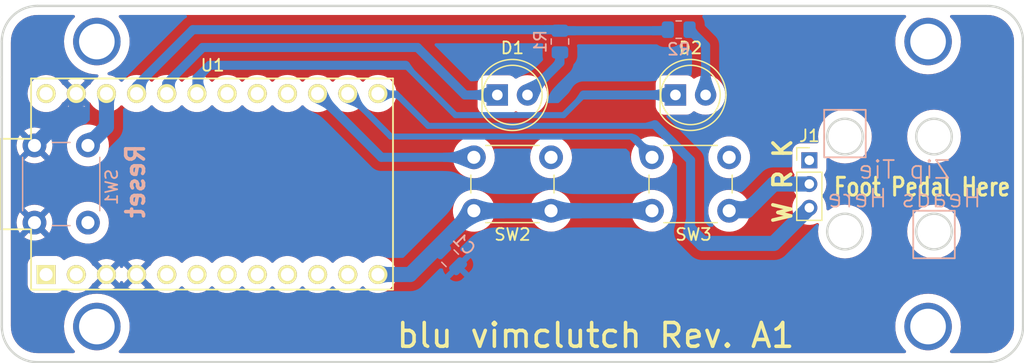
<source format=kicad_pcb>
(kicad_pcb (version 20211014) (generator pcbnew)
  (title_block (title "vimclutch") (date "2023-03-06") (rev "A1") (company "blu"))
  (layers (0 "F.Cu" signal) (31 "B.Cu" signal) (34 "B.Paste" user) (35 "F.Paste" user) (36 "B.SilkS" user "B.Silkscreen") (37 "F.SilkS" user "F.Silkscreen") (38 "B.Mask" user) (39 "F.Mask" user) (44 "Edge.Cuts" user))
  (net 0 "")
  (net 2 "/ROW0")
  (net 3 "/LED1")
  (net 4 "/LED2")
  (net 5 "Net-(SW1-Pad2)")
  (net 6 "/COL2")
  (net 9 "VCC")
  (net 10 "/COL0")
  (net 22 "GND")
  (net 23 "Net-(D1-Pad2)")
  (net 24 "/COL1")
  (net 25 "Net-(D2-Pad2)")
  (footprint "Connector_PinHeader_2.00mm:PinHeader_1x03_P2.00mm_Vertical" (layer "F.Cu") (at 168.75 108)
    (fp_text reference "J1" (at 0 -2.06) (layer "F.SilkS"))
    (fp_text value "Conn_01x03_Female")
    (fp_line (start -1.06 0) (end -1.06 -1.06) (layer "F.SilkS") (width 0.12))
    (fp_line (start -1.06 5.06) (end 1.06 5.06) (layer "F.SilkS") (width 0.12))
    (fp_line (start -1.06 1) (end 1.06 1) (layer "F.SilkS") (width 0.12))
    (fp_line (start -1.06 -1.06) (end 0 -1.06) (layer "F.SilkS") (width 0.12))
    (fp_line (start 1.06 1) (end 1.06 5.06) (layer "F.SilkS") (width 0.12))
    (fp_line (start -1.06 1) (end -1.06 5.06) (layer "F.SilkS") (width 0.12))
    (pad "1" thru_hole rect (at 0 0) (size 1.35 1.35) (drill 0.8) (layers *.Cu *.Mask))
    (pad "2" thru_hole oval (at 0 2) (size 1.35 1.35) (drill 0.8) (layers *.Cu *.Mask) (net 2 "/ROW0"))
    (pad "3" thru_hole oval (at 0 4) (size 1.35 1.35) (drill 0.8) (layers *.Cu *.Mask) (net 6 "/COL2"))
  )
  (footprint "LED_THT:LED_D5.0mm" (layer "F.Cu") (at 142.475 102.5)
    (fp_text reference "D1" (at 1.27 -3.96) (layer "F.SilkS"))
    (fp_text value "LED")
    (fp_line (start -1.29 -1.545) (end -1.29 1.545) (layer "F.SilkS") (width 0.12))
    (fp_arc (start -1.29 -1.54483) (mid 2.072002 -2.880433) (end 4.26 0.000462) (layer "F.SilkS") (width 0.12))
    (fp_arc (start 4.26 -0.000462) (mid 2.072002 2.880433) (end -1.29 1.54483) (layer "F.SilkS") (width 0.12))
    (fp_circle (center 1.27 0) (end 3.77 0) (layer "F.SilkS") (width 0.12) (fill none))
    (pad "1" thru_hole rect (at 0 0) (size 1.8 1.8) (drill 0.9) (layers *.Cu *.Mask) (net 3 "/LED1"))
    (pad "2" thru_hole circle (at 2.54 0) (size 1.8 1.8) (drill 0.9) (layers *.Cu *.Mask) (net 23 "Net-(D1-Pad2)"))
  )
  (footprint "LED_THT:LED_D5.0mm" (layer "F.Cu") (at 157.475 102.5)
    (fp_text reference "D2" (at 1.27 -3.96) (layer "F.SilkS"))
    (fp_text value "LED")
    (fp_line (start -1.29 -1.545) (end -1.29 1.545) (layer "F.SilkS") (width 0.12))
    (fp_arc (start -1.29 -1.54483) (mid 2.072002 -2.880433) (end 4.26 0.000462) (layer "F.SilkS") (width 0.12))
    (fp_arc (start 4.26 -0.000462) (mid 2.072002 2.880433) (end -1.29 1.54483) (layer "F.SilkS") (width 0.12))
    (fp_circle (center 1.27 0) (end 3.77 0) (layer "F.SilkS") (width 0.12) (fill none))
    (pad "1" thru_hole rect (at 0 0) (size 1.8 1.8) (drill 0.9) (layers *.Cu *.Mask) (net 4 "/LED2"))
    (pad "2" thru_hole circle (at 2.54 0) (size 1.8 1.8) (drill 0.9) (layers *.Cu *.Mask) (net 25 "Net-(D2-Pad2)"))
  )
  (footprint "Button_Switch_THT:SW_PUSH_6mm_H5mm" (layer "F.Cu") (at 140.5 107.75)
    (fp_text reference "SW2" (at 3.25 6.5) (layer "F.SilkS"))
    (fp_text value "SW_Push")
    (fp_line (start 5.5 -1) (end 1 -1) (layer "F.SilkS") (width 0.12))
    (fp_line (start 6.75 3) (end 6.75 1.5) (layer "F.SilkS") (width 0.12))
    (fp_line (start -0.25 1.5) (end -0.25 3) (layer "F.SilkS") (width 0.12))
    (fp_line (start 1 5.5) (end 5.5 5.5) (layer "F.SilkS") (width 0.12))
    (pad "1" thru_hole circle (at 0 0 90) (size 2 2) (drill 1.1) (layers *.Cu *.Mask) (net 10 "/COL0"))
    (pad "1" thru_hole circle (at 6.5 0 90) (size 2 2) (drill 1.1) (layers *.Cu *.Mask) (net 10 "/COL0"))
    (pad "2" thru_hole circle (at 0 4.5 90) (size 2 2) (drill 1.1) (layers *.Cu *.Mask) (net 2 "/ROW0"))
    (pad "2" thru_hole circle (at 6.5 4.5 90) (size 2 2) (drill 1.1) (layers *.Cu *.Mask) (net 2 "/ROW0"))
  )
  (footprint "Promicro':ProMicro" (layer "F.Cu") (at 118.45 110)
    (fp_text reference "U1" hide)
    (fp_text value "ProMicro")
    (fp_line (start -15.24 8.89) (end -15.24 3.81) (layer "F.SilkS") (width 0.15))
    (fp_line (start -15.24 -8.89) (end 15.24 -8.89) (layer "F.SilkS") (width 0.15))
    (fp_line (start -17.78 3.81) (end -17.78 -3.81) (layer "F.SilkS") (width 0.15))
    (fp_line (start -15.24 8.89) (end 15.24 8.89) (layer "F.SilkS") (width 0.15))
    (fp_line (start -15.24 3.81) (end -17.78 3.81) (layer "F.SilkS") (width 0.15))
    (fp_line (start -15.24 -3.81) (end -15.24 -8.89) (layer "F.SilkS") (width 0.15))
    (fp_line (start 15.24 -8.89) (end 15.24 8.89) (layer "F.SilkS") (width 0.15))
    (fp_line (start -17.78 -3.81) (end -15.24 -3.81) (layer "F.SilkS") (width 0.15))
    (pad "1" thru_hole rect (at -13.97 7.62) (size 1.6 1.6) (drill 1.1) (layers *.Cu *.Mask "F.SilkS"))
    (pad "2" thru_hole circle (at -11.43 7.62) (size 1.6 1.6) (drill 1.1) (layers *.Cu *.Mask "F.SilkS"))
    (pad "3" thru_hole circle (at -8.89 7.62) (size 1.6 1.6) (drill 1.1) (layers *.Cu *.Mask "F.SilkS") (net 22 "GND"))
    (pad "4" thru_hole circle (at -6.35 7.62) (size 1.6 1.6) (drill 1.1) (layers *.Cu *.Mask "F.SilkS") (net 22 "GND"))
    (pad "5" thru_hole circle (at -3.81 7.62) (size 1.6 1.6) (drill 1.1) (layers *.Cu *.Mask "F.SilkS"))
    (pad "6" thru_hole circle (at -1.27 7.62) (size 1.6 1.6) (drill 1.1) (layers *.Cu *.Mask "F.SilkS"))
    (pad "7" thru_hole circle (at 1.27 7.62) (size 1.6 1.6) (drill 1.1) (layers *.Cu *.Mask "F.SilkS"))
    (pad "8" thru_hole circle (at 3.81 7.62) (size 1.6 1.6) (drill 1.1) (layers *.Cu *.Mask "F.SilkS"))
    (pad "9" thru_hole circle (at 6.35 7.62) (size 1.6 1.6) (drill 1.1) (layers *.Cu *.Mask "F.SilkS"))
    (pad "10" thru_hole circle (at 8.89 7.62) (size 1.6 1.6) (drill 1.1) (layers *.Cu *.Mask "F.SilkS"))
    (pad "11" thru_hole circle (at 11.43 7.62) (size 1.6 1.6) (drill 1.1) (layers *.Cu *.Mask "F.SilkS"))
    (pad "12" thru_hole circle (at 13.97 7.62) (size 1.6 1.6) (drill 1.1) (layers *.Cu *.Mask "F.SilkS") (net 2 "/ROW0"))
    (pad "13" thru_hole circle (at 13.97 -7.62) (size 1.6 1.6) (drill 1.1) (layers *.Cu *.Mask "F.SilkS") (net 6 "/COL2"))
    (pad "14" thru_hole circle (at 11.43 -7.62) (size 1.6 1.6) (drill 1.1) (layers *.Cu *.Mask "F.SilkS") (net 24 "/COL1"))
    (pad "15" thru_hole circle (at 8.89 -7.62) (size 1.6 1.6) (drill 1.1) (layers *.Cu *.Mask "F.SilkS") (net 10 "/COL0"))
    (pad "16" thru_hole circle (at 6.35 -7.62) (size 1.6 1.6) (drill 1.1) (layers *.Cu *.Mask "F.SilkS"))
    (pad "17" thru_hole circle (at 3.81 -7.62) (size 1.6 1.6) (drill 1.1) (layers *.Cu *.Mask "F.SilkS"))
    (pad "18" thru_hole circle (at 1.27 -7.62) (size 1.6 1.6) (drill 1.1) (layers *.Cu *.Mask "F.SilkS"))
    (pad "19" thru_hole circle (at -1.27 -7.62) (size 1.6 1.6) (drill 1.1) (layers *.Cu *.Mask "F.SilkS") (net 4 "/LED2"))
    (pad "20" thru_hole circle (at -3.81 -7.62) (size 1.6 1.6) (drill 1.1) (layers *.Cu *.Mask "F.SilkS") (net 3 "/LED1"))
    (pad "21" thru_hole circle (at -6.35 -7.62) (size 1.6 1.6) (drill 1.1) (layers *.Cu *.Mask "F.SilkS") (net 9 "VCC"))
    (pad "22" thru_hole circle (at -8.89 -7.62) (size 1.6 1.6) (drill 1.1) (layers *.Cu *.Mask "F.SilkS") (net 5 "Net-(SW1-Pad2)"))
    (pad "23" thru_hole circle (at -11.43 -7.62) (size 1.6 1.6) (drill 1.1) (layers *.Cu *.Mask "F.SilkS") (net 22 "GND"))
    (pad "24" thru_hole circle (at -13.97 -7.62) (size 1.6 1.6) (drill 1.1) (layers *.Cu *.Mask "F.SilkS"))
  )
  (footprint "Button_Switch_THT:SW_PUSH_6mm_H5mm" (layer "F.Cu") (at 155.5 107.75)
    (fp_text reference "SW3" (at 3.5 6.5) (layer "F.SilkS"))
    (fp_text value "SW_Push")
    (fp_line (start -0.25 1.5) (end -0.25 3) (layer "F.SilkS") (width 0.12))
    (fp_line (start 6.75 3) (end 6.75 1.5) (layer "F.SilkS") (width 0.12))
    (fp_line (start 5.5 -1) (end 1 -1) (layer "F.SilkS") (width 0.12))
    (fp_line (start 1 5.5) (end 5.5 5.5) (layer "F.SilkS") (width 0.12))
    (pad "1" thru_hole circle (at 0 0 90) (size 2 2) (drill 1.1) (layers *.Cu *.Mask) (net 24 "/COL1"))
    (pad "1" thru_hole circle (at 6.5 0 90) (size 2 2) (drill 1.1) (layers *.Cu *.Mask) (net 24 "/COL1"))
    (pad "2" thru_hole circle (at 6.5 4.5 90) (size 2 2) (drill 1.1) (layers *.Cu *.Mask) (net 2 "/ROW0"))
    (pad "2" thru_hole circle (at 0 4.5 90) (size 2 2) (drill 1.1) (layers *.Cu *.Mask) (net 2 "/ROW0"))
  )
  (footprint "Button_Switch_THT:SW_PUSH_6mm_H5mm" (layer "B.Cu") (at 103.5 106.75 -90)
    (fp_text reference "SW1" (at 3.5 -6.5 90) (layer "B.SilkS") (effects (justify mirror)))
    (fp_text value "SW_Push")
    (fp_line (start 6.75 -3) (end 6.75 -1.5) (layer "B.SilkS") (width 0.12))
    (fp_line (start -0.25 -1.5) (end -0.25 -3) (layer "B.SilkS") (width 0.12))
    (fp_line (start 1 -5.5) (end 5.5 -5.5) (layer "B.SilkS") (width 0.12))
    (fp_line (start 5.5 1) (end 1 1) (layer "B.SilkS") (width 0.12))
    (pad "1" thru_hole circle (at 6.5 0 180) (size 2 2) (drill 1.1) (layers *.Cu *.Mask) (net 22 "GND"))
    (pad "1" thru_hole circle (at 0 0 180) (size 2 2) (drill 1.1) (layers *.Cu *.Mask) (net 22 "GND"))
    (pad "2" thru_hole circle (at 0 -4.5 180) (size 2 2) (drill 1.1) (layers *.Cu *.Mask) (net 5 "Net-(SW1-Pad2)"))
    (pad "2" thru_hole circle (at 6.5 -4.5 180) (size 2 2) (drill 1.1) (layers *.Cu *.Mask) (net 5 "Net-(SW1-Pad2)"))
  )
  (footprint "Resistor_SMD:R_0805_2012Metric" (layer "B.Cu") (at 147.75 98 -90)
    (fp_text reference "R1" (at 0 1.65 90) (layer "B.SilkS") (effects (justify mirror)))
    (fp_text value "2.7k")
    (fp_line (start -0.227064 0.735) (end 0.227064 0.735) (layer "B.SilkS") (width 0.12))
    (fp_line (start -0.227064 -0.735) (end 0.227064 -0.735) (layer "B.SilkS") (width 0.12))
    (pad "1" smd roundrect (at -0.9125 0 270) (size 1.025 1.4) (layers "B.Cu" "B.Paste" "B.Mask") (roundrect_rratio 0.243902439) (net 9 "VCC"))
    (pad "2" smd roundrect (at 0.9125 0 270) (size 1.025 1.4) (layers "B.Cu" "B.Paste" "B.Mask") (roundrect_rratio 0.243902439) (net 23 "Net-(D1-Pad2)"))
  )
  (footprint "Resistor_SMD:R_0805_2012Metric" (layer "B.Cu") (at 157.75 97)
    (fp_text reference "R2" (at 0 1.65) (layer "B.SilkS") (effects (justify mirror)))
    (fp_text value "2.7k")
    (fp_line (start -0.227064 0.735) (end 0.227064 0.735) (layer "B.SilkS") (width 0.12))
    (fp_line (start -0.227064 -0.735) (end 0.227064 -0.735) (layer "B.SilkS") (width 0.12))
    (pad "1" smd roundrect (at -0.9125 0) (size 1.025 1.4) (layers "B.Cu" "B.Paste" "B.Mask") (roundrect_rratio 0.243902439) (net 9 "VCC"))
    (pad "2" smd roundrect (at 0.9125 0) (size 1.025 1.4) (layers "B.Cu" "B.Paste" "B.Mask") (roundrect_rratio 0.243902439) (net 25 "Net-(D2-Pad2)"))
  )
  (footprint "Capacitor_SMD:C_0805_2012Metric" (layer "B.Cu") (at 138.5 116.25 135)
    (fp_text reference "C1" (at 0 1.68 135) (layer "B.SilkS") (effects (justify mirror)))
    (fp_text value "UNP")
    (fp_line (start -0.261252 0.735) (end 0.261252 0.735) (layer "B.SilkS") (width 0.12))
    (fp_line (start -0.261252 -0.735) (end 0.261252 -0.735) (layer "B.SilkS") (width 0.12))
    (pad "1" smd roundrect (at -0.95 0 135) (size 1 1.45) (layers "B.Cu" "B.Paste" "B.Mask") (net 22 "GND"))
    (pad "2" smd roundrect (at 0.95 0 135) (size 1 1.45) (layers "B.Cu" "B.Paste" "B.Mask") (net 2 "/ROW0"))
  )
  (gr_rect (start 177.5 112.25) (end 181 116.25) (layer "B.SilkS") (width 0.15) (fill none))
  (gr_rect (start 170 107.75) (end 173.5 103.75) (layer "B.SilkS") (width 0.15) (fill none))
  (gr_circle (center 171.75 114) (end 173.25 114) (layer "Edge.Cuts") (width 0.2) (fill none))
  (gr_line (start 100.75 98) (end 100.75 101) (layer "Edge.Cuts") (width 0.2))
  (gr_line (start 186.75 119) (end 186.75 122) (layer "Edge.Cuts") (width 0.2))
  (gr_line (start 183.75 95) (end 103.75 95) (layer "Edge.Cuts") (width 0.2))
  (gr_arc (start 183.75 95) (mid 185.87132 95.87868) (end 186.75 98) (layer "Edge.Cuts") (width 0.2))
  (gr_arc (start 103.75 125) (mid 101.62868 124.12132) (end 100.75 122) (layer "Edge.Cuts") (width 0.2))
  (gr_line (start 186.75 101) (end 186.75 119) (layer "Edge.Cuts") (width 0.2))
  (gr_line (start 186.75 101) (end 186.75 98) (layer "Edge.Cuts") (width 0.2))
  (gr_line (start 183.75 125) (end 103.75 125) (layer "Edge.Cuts") (width 0.2))
  (gr_circle (center 171.75 106) (end 173.25 106) (layer "Edge.Cuts") (width 0.2) (fill none))
  (gr_line (start 100.75 122) (end 100.75 119) (layer "Edge.Cuts") (width 0.2))
  (gr_circle (center 179.25 106) (end 180.75 106) (layer "Edge.Cuts") (width 0.2) (fill none))
  (gr_arc (start 100.75 98) (mid 101.62868 95.87868) (end 103.75 95) (layer "Edge.Cuts") (width 0.2))
  (gr_circle (center 179.249997 114) (end 180.749997 114) (layer "Edge.Cuts") (width 0.2) (fill none))
  (gr_line (start 100.75 119) (end 100.75 101) (layer "Edge.Cuts") (width 0.2))
  (gr_arc (start 186.75 122) (mid 185.87132 124.12132) (end 183.75 125) (layer "Edge.Cuts") (width 0.2))
  (gr_text "Zip Tie\nHeads Here" (at 176.75 110) (layer "B.SilkS") (effects (font (size 1.5 1.5)) (justify mirror)))
  (gr_text "Reset" (at 112 109.75 90) (layer "B.SilkS") (effects (font (size 1.5 1.5) (thickness 0.3)) (justify mirror)))
  (gr_text "W R K" (at 166.5 109.75 90) (layer "F.SilkS") (effects (font (size 1.5 1.5) (thickness 0.3))))
  (gr_text "U1" (at 118.5 100) (layer "F.SilkS") (effects (font (size 1 1))))
  (gr_text "${COMPANY} ${TITLE} Rev. ${REVISION}" (at 150.75 122.75) (layer "F.SilkS") (effects (font (size 2 2) (thickness 0.3))))
  (gr_text "Foot Pedal Here" (at 178.25 110.25) (layer "F.SilkS") (effects (font (size 1.5 1.2) (thickness 0.25))))
  (via (at 108.75 122) (size 4) (drill 3) (layers "F.Cu" "B.Cu") (net 0))
  (via (at 178.75 98) (size 4) (drill 3) (layers "F.Cu" "B.Cu") (net 0))
  (via (at 108.75 98) (size 4) (drill 3) (layers "F.Cu" "B.Cu") (net 0))
  (via (at 178.75 122) (size 4) (drill 3) (layers "F.Cu" "B.Cu") (net 0))
  (segment (start 163.5 112.25) (end 165.75 110) (width 1.27) (layer "B.Cu") (net 2))
  (segment (start 165.75 110) (end 168.75 110) (width 1.27) (layer "B.Cu") (net 2))
  (segment (start 132.42 117.62) (end 135.13 117.62) (width 1.27) (layer "B.Cu") (net 2))
  (segment (start 140.5 112.25) (end 147 112.25) (width 1.27) (layer "B.Cu") (net 2))
  (segment (start 135.13 117.62) (end 140.5 112.25) (width 1.27) (layer "B.Cu") (net 2))
  (segment (start 162 112.25) (end 163.5 112.25) (width 1.27) (layer "B.Cu") (net 2))
  (segment (start 147 112.25) (end 155.5 112.25) (width 1.27) (layer "B.Cu") (net 2))
  (segment (start 139.75 102.5) (end 135.75 98.5) (width 0.762) (layer "B.Cu") (net 3))
  (segment (start 117.663057 98.5) (end 114.64 101.523057) (width 0.762) (layer "B.Cu") (net 3))
  (segment (start 135.75 98.5) (end 117.663057 98.5) (width 0.762) (layer "B.Cu") (net 3))
  (segment (start 114.64 101.523057) (end 114.64 102.38) (width 0.762) (layer "B.Cu") (net 3))
  (segment (start 142.475 102.5) (end 139.75 102.5) (width 0.762) (layer "B.Cu") (net 3))
  (segment (start 157.475 102.5) (end 149.75 102.5) (width 0.762) (layer "B.Cu") (net 4))
  (segment (start 134.75 100) (end 138.95 104.2) (width 0.508) (layer "B.Cu") (net 4))
  (segment (start 138.95 104.2) (end 148.05 104.2) (width 0.508) (layer "B.Cu") (net 4))
  (segment (start 134.75 100) (end 118.25 100) (width 0.762) (layer "B.Cu") (net 4))
  (segment (start 118.25 100) (end 117.18 101.07) (width 0.762) (layer "B.Cu") (net 4))
  (segment (start 148.05 104.2) (end 149.75 102.5) (width 0.508) (layer "B.Cu") (net 4))
  (segment (start 117.18 101.07) (end 117.18 102.38) (width 0.762) (layer "B.Cu") (net 4))
  (segment (start 109.56 105.19) (end 109.56 102.38) (width 1.27) (layer "B.Cu") (net 5))
  (segment (start 108 106.75) (end 109.56 105.19) (width 1.27) (layer "B.Cu") (net 5))
  (segment (start 168.75 112) (end 165.75 115) (width 1.27) (layer "B.Cu") (net 6))
  (segment (start 155.75 105) (end 158.75 108) (width 0.762) (layer "B.Cu") (net 6))
  (segment (start 136.65 105.1) (end 155.65 105.1) (width 0.508) (layer "B.Cu") (net 6))
  (segment (start 133.93 102.38) (end 136.65 105.1) (width 0.508) (layer "B.Cu") (net 6))
  (segment (start 165.75 115) (end 159.75 115) (width 1.27) (layer "B.Cu") (net 6))
  (segment (start 159.75 115) (end 158.75 114) (width 1.27) (layer "B.Cu") (net 6))
  (segment (start 155.65 105.1) (end 155.75 105) (width 0.508) (layer "B.Cu") (net 6))
  (segment (start 158.75 108) (end 158.75 114) (width 0.762) (layer "B.Cu") (net 6))
  (segment (start 132.42 102.38) (end 133.93 102.38) (width 0.508) (layer "B.Cu") (net 6))
  (segment (start 147.75 97.0875) (end 156.75 97.0875) (width 0.762) (layer "B.Cu") (net 9))
  (segment (start 156.75 97.0875) (end 156.8375 97) (width 0.762) (layer "B.Cu") (net 9))
  (segment (start 147.925 97.175) (end 147.75 97) (width 0.762) (layer "B.Cu") (net 9))
  (segment (start 112.1 101.7375) (end 116.8375 97) (width 0.762) (layer "B.Cu") (net 9))
  (segment (start 147.75 97) (end 116.8375 97) (width 0.762) (layer "B.Cu") (net 9))
  (segment (start 112.1 102.38) (end 112.1 101.7375) (width 0.762) (layer "B.Cu") (net 9))
  (segment (start 140.5 107.75) (end 132.71 107.75) (width 0.762) (layer "B.Cu") (net 10))
  (segment (start 132.71 107.75) (end 127.34 102.38) (width 0.762) (layer "B.Cu") (net 10))
  (segment (start 107.02 103.73) (end 107.02 102.38) (width 1.27) (layer "B.Cu") (net 22))
  (segment (start 105.25 105) (end 105.75 105) (width 1.27) (layer "B.Cu") (net 22))
  (segment (start 103.5 106.75) (end 105.25 105) (width 1.27) (layer "B.Cu") (net 22))
  (segment (start 105.75 105) (end 107.02 103.73) (width 1.27) (layer "B.Cu") (net 22))
  (segment (start 147.75 99.765) (end 145.015 102.5) (width 0.762) (layer "B.Cu") (net 23))
  (segment (start 147.75 98.9125) (end 147.75 99.765) (width 0.762) (layer "B.Cu") (net 23))
  (segment (start 129.88 102.38) (end 133.5 106) (width 0.508) (layer "B.Cu") (net 24))
  (segment (start 153.75 106) (end 155.5 107.75) (width 0.508) (layer "B.Cu") (net 24))
  (segment (start 133.5 106) (end 153.75 106) (width 0.508) (layer "B.Cu") (net 24))
  (segment (start 160.015 102.5) (end 160.015 98.3525) (width 0.762) (layer "B.Cu") (net 25))
  (segment (start 160.015 98.3525) (end 158.6625 97) (width 0.762) (layer "B.Cu") (net 25))
  (zone (net 22) (net_name "GND") (layers F&B.Cu) (connect_pads (clearance 0.762)) (min_thickness 0.254) (fill yes (thermal_gap 0.508) (thermal_bridge_width 0.508) (island_removal_mode 2) (island_area_min 5))
    (polygon (pts (xy 186.75 125) (xy 100.75 125) (xy 100.75 95) (xy 186.75 95)))
  )
  (zone (net 6) (net_name "/COL2") (layer "B.Cu") (priority 16962) (connect_pads yes (clearance 0)) (min_thickness 0.0254) (fill yes (thermal_gap 0.508) (thermal_bridge_width 0.508) (island_removal_mode 2) (island_area_min 5))
    (polygon (pts (xy 134.512655 102.603445) (xy 134.337435 102.448884) (xy 134.174559 102.342084) (xy 134.021275 102.271438) (xy 133.874831 102.225341) (xy 133.732474 102.192184) (xy 133.591453 102.160364) (xy 133.449016 102.118273) (xy 133.30241 102.054305) (xy 133.148884 101.956854) (xy 132.985685 101.814315) (xy 132.02 102.38) (xy 132.669799 103.14) (xy 132.856911 103.068236) (xy 133.02596 102.987823) (xy 133.18049 102.906507) (xy 133.324046 102.832034) (xy 133.460173 102.772149) (xy 133.592416 102.734599) (xy 133.72432 102.727128) (xy 133.859429 102.757484) (xy 134.001289 102.83341) (xy 134.153445 102.962655)))
  )
  (zone (net 23) (net_name "Net-(D1-Pad2)") (layer "B.Cu") (priority 16962) (connect_pads yes (clearance 0)) (min_thickness 0.0254) (fill yes (thermal_gap 0.508) (thermal_bridge_width 0.508) (island_removal_mode 2) (island_area_min 5))
    (polygon (pts (xy 147.674694 100.379122) (xy 147.779869 100.255283) (xy 147.849018 100.135478) (xy 147.890532 100.019312) (xy 147.912806 99.90639) (xy 147.924231 99.796318) (xy 147.933201 99.688701) (xy 147.948109 99.583145) (xy 147.977349 99.479254) (xy 148.029312 99.376634) (xy 148.112392 99.274892) (xy 147.75 98.65625) (xy 147.263125 99.072528) (xy 147.290763 99.158921) (xy 147.313871 99.240253) (xy 147.330785 99.31762) (xy 147.339839 99.392119) (xy 147.339369 99.464846) (xy 147.327709 99.5369) (xy 147.303195 99.609375) (xy 147.264161 99.68337) (xy 147.208944 99.759982) (xy 147.135878 99.840306)))
  )
  (zone (net 23) (net_name "Net-(D1-Pad2)") (layer "B.Cu") (priority 16962) (connect_pads yes (clearance 0)) (min_thickness 0.0254) (fill yes (thermal_gap 0.508) (thermal_bridge_width 0.508) (island_removal_mode 2) (island_area_min 5))
    (polygon (pts (xy 146.393151 100.583034) (xy 146.185658 100.783207) (xy 146.004377 100.942804) (xy 145.841902 101.069642) (xy 145.690829 101.171534) (xy 145.543751 101.256297) (xy 145.393266 101.331746) (xy 145.231966 101.405697) (xy 145.052449 101.485964) (xy 144.847308 101.580363) (xy 144.609139 101.69671) (xy 144.696802 102.818198) (xy 145.81829 102.905861) (xy 145.934636 102.667691) (xy 146.029035 102.46255) (xy 146.109302 102.283033) (xy 146.183253 102.121733) (xy 146.258702 101.971248) (xy 146.343465 101.82417) (xy 146.445357 101.673097) (xy 146.572195 101.510622) (xy 146.731792 101.329341) (xy 146.931966 101.121849)))
  )
  (zone (net 4) (net_name "/LED2") (layer "B.Cu") (priority 16962) (connect_pads yes (clearance 0)) (min_thickness 0.0254) (fill yes (thermal_gap 0.508) (thermal_bridge_width 0.508) (island_removal_mode 2) (island_area_min 5))
    (polygon (pts (xy 155.145 102.881) (xy 155.433263 102.886175) (xy 155.6743 102.901508) (xy 155.878875 102.926707) (xy 156.057749 102.961484) (xy 156.221685 103.005547) (xy 156.381445 103.058606) (xy 156.547792 103.120371) (xy 156.731487 103.190552) (xy 156.943295 103.268858) (xy 157.193976 103.355) (xy 157.925 102.5) (xy 157.193976 101.645) (xy 156.943295 101.731141) (xy 156.731487 101.809447) (xy 156.547792 101.879628) (xy 156.381445 101.941393) (xy 156.221685 101.994452) (xy 156.057749 102.038515) (xy 155.878875 102.073292) (xy 155.6743 102.098491) (xy 155.433263 102.113824) (xy 155.145 102.119)))
  )
  (zone (net 9) (net_name "VCC") (layer "B.Cu") (priority 16962) (connect_pads yes (clearance 0)) (min_thickness 0.0254) (fill yes (thermal_gap 0.508) (thermal_bridge_width 0.508) (island_removal_mode 2) (island_area_min 5))
    (polygon (pts (xy 112.88418 100.414504) (xy 112.696104 100.603977) (xy 112.539483 100.764394) (xy 112.406945 100.902526) (xy 112.291119 101.025145) (xy 112.184633 101.139023) (xy 112.080117 101.250931) (xy 111.970198 101.367643) (xy 111.847506 101.495929) (xy 111.704668 101.642562) (xy 111.534315 101.814315) (xy 112.026198 102.773132) (xy 112.893041 102.274714) (xy 112.873696 102.0962) (xy 112.867293 101.940506) (xy 112.875006 101.802939) (xy 112.89801 101.678806) (xy 112.937482 101.563415) (xy 112.994596 101.452071) (xy 113.070529 101.340083) (xy 113.166456 101.222757) (xy 113.283553 101.0954) (xy 113.422996 100.95332)))
  )
  (zone (net 6) (net_name "/COL2") (layer "B.Cu") (priority 16962) (connect_pads yes (clearance 0)) (min_thickness 0.0254) (fill yes (thermal_gap 0.508) (thermal_bridge_width 0.508) (island_removal_mode 2) (island_area_min 5))
    (polygon (pts (xy 167.961577 113.686449) (xy 168.121519 113.52532) (xy 168.2739 113.369946) (xy 168.417334 113.222564) (xy 168.550434 113.085409) (xy 168.671813 112.960717) (xy 168.780087 112.850725) (xy 168.873868 112.757668) (xy 168.951771 112.683782) (xy 169.012409 112.631303) (xy 169.054396 112.602468) (xy 168.988648 111.761352) (xy 168.147532 111.695604) (xy 168.118696 111.73759) (xy 168.066217 111.798228) (xy 167.992331 111.876131) (xy 167.899274 111.969912) (xy 167.789282 112.078186) (xy 167.66459 112.199565) (xy 167.527435 112.332665) (xy 167.380053 112.476099) (xy 167.224679 112.62848) (xy 167.063551 112.788423)))
  )
  (zone (net 2) (net_name "/ROW0") (layer "B.Cu") (priority 16962) (connect_pads yes (clearance 0)) (min_thickness 0.0254) (fill yes (thermal_gap 0.508) (thermal_bridge_width 0.508) (island_removal_mode 2) (island_area_min 5))
    (polygon (pts (xy 163.828804 111.02317) (xy 163.670957 111.168974) (xy 163.522453 111.281197) (xy 163.380303 111.362587) (xy 163.241521 111.415894) (xy 163.103118 111.443868) (xy 162.962109 111.44926) (xy 162.815504 111.434819) (xy 162.660317 111.403295) (xy 162.493561 111.357439) (xy 162.312249 111.3) (xy 161.5 112.25) (xy 162.707106 112.957106) (xy 162.910289 112.781469) (xy 163.106069 112.660459) (xy 163.297121 112.579594) (xy 163.48612 112.524394) (xy 163.675742 112.480376) (xy 163.868661 112.433061) (xy 164.067554 112.367967) (xy 164.275097 112.270612) (xy 164.493963 112.126515) (xy 164.72683 111.921196)))
  )
  (zone (net 3) (net_name "/LED1") (layer "B.Cu") (priority 16962) (connect_pads yes (clearance 0)) (min_thickness 0.0254) (fill yes (thermal_gap 0.508) (thermal_bridge_width 0.508) (island_removal_mode 2) (island_area_min 5))
    (polygon (pts (xy 115.235424 100.388818) (xy 115.060832 100.570811) (xy 114.921505 100.730232) (xy 114.80909 100.872258) (xy 114.715238 101.002067) (xy 114.631598 101.124837) (xy 114.54982 101.245744) (xy 114.461553 101.369968) (xy 114.358447 101.502686) (xy 114.232151 101.649075) (xy 114.074315 101.814315) (xy 114.64 102.78) (xy 115.4 102.130201) (xy 115.355236 101.977057) (xy 115.327875 101.840087) (xy 115.31824 101.715966) (xy 115.326654 101.601371) (xy 115.35344 101.492975) (xy 115.39892 101.387454) (xy 115.463417 101.281484) (xy 115.547254 101.17174) (xy 115.650754 101.054898) (xy 115.774239 100.927633)))
  )
  (zone (net 4) (net_name "/LED2") (layer "B.Cu") (priority 16962) (connect_pads yes (clearance 0)) (min_thickness 0.0254) (fill yes (thermal_gap 0.508) (thermal_bridge_width 0.508) (island_removal_mode 2) (island_area_min 5))
    (polygon (pts (xy 117.455064 100.256121) (xy 117.294697 100.436576) (xy 117.181606 100.604192) (xy 117.10442 100.761733) (xy 117.051768 100.911957) (xy 117.012279 101.057628) (xy 116.974583 101.201505) (xy 116.92731 101.346351) (xy 116.859087 101.494927) (xy 116.758546 101.649995) (xy 116.614315 101.814315) (xy 117.18 102.78) (xy 117.94 102.130201) (xy 117.882893 101.966047) (xy 117.827777 101.816209) (xy 117.779115 101.677872) (xy 117.741366 101.548218) (xy 117.718992 101.424432) (xy 117.716454 101.303696) (xy 117.738213 101.183195) (xy 117.788729 101.060112) (xy 117.872464 100.931631) (xy 117.993879 100.794936)))
  )
  (zone (net 2) (net_name "/ROW0") (layer "B.Cu") (priority 16962) (connect_pads yes (clearance 0)) (min_thickness 0.0254) (fill yes (thermal_gap 0.508) (thermal_bridge_width 0.508) (island_removal_mode 2) (island_area_min 5))
    (polygon (pts (xy 134.49 116.985) (xy 134.235085 116.987326) (xy 134.013425 116.992716) (xy 133.818622 116.998784) (xy 133.644283 117.003148) (xy 133.48401 117.003422) (xy 133.331408 116.997222) (xy 133.180082 116.982164) (xy 133.023635 116.955864) (xy 132.855673 116.915937) (xy 132.669799 116.86) (xy 132.02 117.62) (xy 132.669799 118.38) (xy 132.855673 118.324062) (xy 133.023635 118.284135) (xy 133.180082 118.257835) (xy 133.331408 118.242777) (xy 133.48401 118.236577) (xy 133.644283 118.236851) (xy 133.818622 118.241215) (xy 134.013425 118.247283) (xy 134.235085 118.252673) (xy 134.49 118.255)))
  )
  (zone (net 6) (net_name "/COL2") (layer "B.Cu") (priority 1) (connect_pads (clearance 0.762)) (min_thickness 0.0254) (fill yes (thermal_gap 0.508) (thermal_bridge_width 0.508) (island_removal_mode 2) (island_area_min 5))
    (polygon (pts (xy 158.75 113.65) (xy 158.125 113.925) (xy 158.375 112.85)))
  )
  (zone (net 9) (net_name "VCC") (layer "B.Cu") (priority 16962) (connect_pads yes (clearance 0)) (min_thickness 0.0254) (fill yes (thermal_gap 0.508) (thermal_bridge_width 0.508) (island_removal_mode 2) (island_area_min 5))
    (polygon (pts (xy 149.08 96.7065) (xy 148.916638 96.707522) (xy 148.7759 96.709665) (xy 148.653165 96.71154) (xy 148.543813 96.71176) (xy 148.443224 96.708937) (xy 148.346778 96.701685) (xy 148.249856 96.688615) (xy 148.147836 96.66834) (xy 148.0361 96.639472) (xy 147.910028 96.600625) (xy 147.49375 97.0875) (xy 147.910028 97.574375) (xy 148.0361 97.535527) (xy 148.147836 97.506659) (xy 148.249856 97.486384) (xy 148.346778 97.473314) (xy 148.443224 97.466062) (xy 148.543813 97.463239) (xy 148.653165 97.463459) (xy 148.7759 97.465334) (xy 148.916638 97.467477) (xy 149.08 97.4685)))
  )
  (zone (net 2) (net_name "/ROW0") (layer "B.Cu") (priority 16962) (connect_pads yes (clearance 0)) (min_thickness 0.0254) (fill yes (thermal_gap 0.508) (thermal_bridge_width 0.508) (island_removal_mode 2) (island_area_min 5))
    (polygon (pts (xy 167 110.635) (xy 167.227032 110.634161) (xy 167.444647 110.632045) (xy 167.650286 110.629253) (xy 167.841385 110.626385) (xy 168.015384 110.624044) (xy 168.169721 110.622828) (xy 168.301836 110.62334) (xy 168.409167 110.626181) (xy 168.489152 110.63195) (xy 168.539232 110.64125) (xy 169.0875 110) (xy 168.539232 109.35875) (xy 168.489152 109.368049) (xy 168.409167 109.373818) (xy 168.301836 109.376659) (xy 168.169721 109.377171) (xy 168.015384 109.375955) (xy 167.841385 109.373614) (xy 167.650286 109.370746) (xy 167.444647 109.367954) (xy 167.227032 109.365838) (xy 167 109.365)))
  )
  (zone (net 5) (net_name "Net-(SW1-Pad2)") (layer "B.Cu") (priority 16962) (connect_pads yes (clearance 0)) (min_thickness 0.0254) (fill yes (thermal_gap 0.508) (thermal_bridge_width 0.508) (island_removal_mode 2) (island_area_min 5))
    (polygon (pts (xy 110.195 104.45) (xy 110.192673 104.195085) (xy 110.187283 103.973425) (xy 110.181215 103.778622) (xy 110.176851 103.604283) (xy 110.176577 103.44401) (xy 110.182777 103.291408) (xy 110.197835 103.140082) (xy 110.224135 102.983635) (xy 110.264062 102.815673) (xy 110.32 102.629799) (xy 109.56 101.98) (xy 108.8 102.629799) (xy 108.855937 102.815673) (xy 108.895864 102.983635) (xy 108.922164 103.140082) (xy 108.937222 103.291408) (xy 108.943422 103.44401) (xy 108.943148 103.604283) (xy 108.938784 103.778622) (xy 108.932716 103.973425) (xy 108.927326 104.195085) (xy 108.925 104.45)))
  )
  (zone (net 25) (net_name "Net-(D2-Pad2)") (layer "B.Cu") (priority 16962) (connect_pads yes (clearance 0)) (min_thickness 0.0254) (fill yes (thermal_gap 0.508) (thermal_bridge_width 0.508) (island_removal_mode 2) (island_area_min 5))
    (polygon (pts (xy 159.872359 97.671043) (xy 159.756122 97.556252) (xy 159.65509 97.45825) (xy 159.566977 97.372789) (xy 159.489498 97.295621) (xy 159.420366 97.222499) (xy 159.357297 97.149173) (xy 159.298004 97.071397) (xy 159.240202 96.984922) (xy 159.181606 96.885501) (xy 159.119929 96.768885) (xy 158.481304 96.818804) (xy 158.431385 97.457429) (xy 158.548001 97.519106) (xy 158.647422 97.577702) (xy 158.733897 97.635504) (xy 158.811673 97.694797) (xy 158.884999 97.757866) (xy 158.958121 97.826998) (xy 159.035289 97.904477) (xy 159.12075 97.99259) (xy 159.218752 98.093622) (xy 159.333543 98.209859)))
  )
  (zone (net 2) (net_name "/ROW0") (layer "B.Cu") (priority 16962) (connect_pads yes (clearance 0)) (min_thickness 0.0254) (fill yes (thermal_gap 0.508) (thermal_bridge_width 0.508) (island_removal_mode 2) (island_area_min 5))
    (polygon (pts (xy 149.59 111.615) (xy 149.272292 111.614545) (xy 149.002113 111.611982) (xy 148.769134 111.605515) (xy 148.563026 111.593348) (xy 148.373459 111.573682) (xy 148.190106 111.544722) (xy 148.002637 111.50467) (xy 147.800724 111.45173) (xy 147.574037 111.384106) (xy 147.312249 111.3) (xy 146.5 112.25) (xy 147.312249 113.2) (xy 147.574037 113.115893) (xy 147.800724 113.048269) (xy 148.002637 112.995329) (xy 148.190106 112.955277) (xy 148.373459 112.926317) (xy 148.563026 112.906651) (xy 148.769134 112.894484) (xy 149.002113 112.888017) (xy 149.272292 112.885454) (xy 149.59 112.885)))
  )
  (zone (net 10) (net_name "/COL0") (layer "B.Cu") (priority 16962) (connect_pads yes (clearance 0)) (min_thickness 0.0254) (fill yes (thermal_gap 0.508) (thermal_bridge_width 0.508) (island_removal_mode 2) (island_area_min 5))
    (polygon (pts (xy 129.073118 103.574302) (xy 128.895088 103.39129) (xy 128.751117 103.232206) (xy 128.634777 103.090368) (xy 128.539639 102.959096) (xy 128.459273 102.831709) (xy 128.387251 102.701527) (xy 128.317146 102.561869) (xy 128.242527 102.406055) (xy 128.156966 102.227404) (xy 128.054036 102.019235) (xy 127.057158 102.097158) (xy 126.979235 103.094036) (xy 127.187404 103.196966) (xy 127.366055 103.282527) (xy 127.521869 103.357146) (xy 127.661527 103.427251) (xy 127.791709 103.499273) (xy 127.919096 103.579639) (xy 128.050368 103.674777) (xy 128.192206 103.791117) (xy 128.35129 103.935088) (xy 128.534302 104.113118)))
  )
  (zone (net 2) (net_name "/ROW0") (layer "B.Cu") (priority 16962) (connect_pads yes (clearance 0)) (min_thickness 0.0254) (fill yes (thermal_gap 0.508) (thermal_bridge_width 0.508) (island_removal_mode 2) (island_area_min 5))
    (polygon (pts (xy 143.09 111.615) (xy 142.772292 111.614545) (xy 142.502113 111.611982) (xy 142.269134 111.605515) (xy 142.063026 111.593348) (xy 141.873459 111.573682) (xy 141.690106 111.544722) (xy 141.502637 111.50467) (xy 141.300724 111.45173) (xy 141.074037 111.384106) (xy 140.812249 111.3) (xy 140 112.25) (xy 140.812249 113.2) (xy 141.074037 113.115893) (xy 141.300724 113.048269) (xy 141.502637 112.995329) (xy 141.690106 112.955277) (xy 141.873459 112.926317) (xy 142.063026 112.906651) (xy 142.269134 112.894484) (xy 142.502113 112.888017) (xy 142.772292 112.885454) (xy 143.09 112.885)))
  )
  (zone (net 4) (net_name "/LED2") (layer "B.Cu") (priority 1) (connect_pads (clearance 0.762)) (min_thickness 0.0254) (fill yes (thermal_gap 0.508) (thermal_bridge_width 0.508) (island_removal_mode 2) (island_area_min 5))
    (polygon (pts (xy 149.675 102.725) (xy 149.075 102.825) (xy 149.45 102.275)))
  )
  (zone (net 5) (net_name "Net-(SW1-Pad2)") (layer "B.Cu") (priority 16962) (connect_pads yes (clearance 0)) (min_thickness 0.0254) (fill yes (thermal_gap 0.508) (thermal_bridge_width 0.508) (island_removal_mode 2) (island_area_min 5))
    (polygon (pts (xy 108.925 104.796174) (xy 108.904543 105.027889) (xy 108.846148 105.207722) (xy 108.754282 105.344663) (xy 108.633408 105.447702) (xy 108.487991 105.525829) (xy 108.322497 105.588035) (xy 108.14139 105.64331) (xy 107.949135 105.700645) (xy 107.750198 105.76903) (xy 107.549043 105.857455) (xy 107.646447 107.103553) (xy 109 106.75) (xy 109.03346 106.48606) (xy 109.12428 106.277237) (xy 109.258119 106.108575) (xy 109.42064 105.965119) (xy 109.5975 105.831913) (xy 109.77436 105.694) (xy 109.93688 105.536426) (xy 110.07072 105.344234) (xy 110.16154 105.102468) (xy 110.195 104.796174)))
  )
  (zone (net 2) (net_name "/ROW0") (layer "B.Cu") (priority 16962) (connect_pads yes (clearance 0)) (min_thickness 0.0254) (fill yes (thermal_gap 0.508) (thermal_bridge_width 0.508) (island_removal_mode 2) (island_area_min 5))
    (polygon (pts (xy 144.41 112.885) (xy 144.727707 112.885454) (xy 144.997886 112.888017) (xy 145.230865 112.894484) (xy 145.436973 112.906651) (xy 145.62654 112.926317) (xy 145.809893 112.955277) (xy 145.997362 112.995329) (xy 146.199275 113.048269) (xy 146.425962 113.115893) (xy 146.687751 113.2) (xy 147.5 112.25) (xy 146.687751 111.3) (xy 146.425962 111.384106) (xy 146.199275 111.45173) (xy 145.997362 111.50467) (xy 145.809893 111.544722) (xy 145.62654 111.573682) (xy 145.436973 111.593348) (xy 145.230865 111.605515) (xy 144.997886 111.611982) (xy 144.727707 111.614545) (xy 144.41 111.615)))
  )
  (zone (net 9) (net_name "VCC") (layer "B.Cu") (priority 16962) (connect_pads yes (clearance 0)) (min_thickness 0.0254) (fill yes (thermal_gap 0.508) (thermal_bridge_width 0.508) (island_removal_mode 2) (island_area_min 5))
    (polygon (pts (xy 155.51 97.4685) (xy 155.68385 97.467584) (xy 155.832953 97.465417) (xy 155.962539 97.462864) (xy 156.077839 97.460792) (xy 156.184082 97.460067) (xy 156.2865 97.461556) (xy 156.390323 97.466125) (xy 156.500781 97.474642) (xy 156.623104 97.487973) (xy 156.762523 97.506985) (xy 157.090024 96.956462) (xy 156.597076 96.547394) (xy 156.486555 96.602267) (xy 156.386767 96.643614) (xy 156.293838 96.673261) (xy 156.203894 96.693032) (xy 156.113063 96.704753) (xy 156.017469 96.71025) (xy 155.91324 96.711347) (xy 155.796501 96.709871) (xy 155.663378 96.707647) (xy 155.51 96.7065)))
  )
  (zone (net 10) (net_name "/COL0") (layer "B.Cu") (priority 16962) (connect_pads yes (clearance 0)) (min_thickness 0.0254) (fill yes (thermal_gap 0.508) (thermal_bridge_width 0.508) (island_removal_mode 2) (island_area_min 5))
    (polygon (pts (xy 137.91 108.131) (xy 138.23135 108.137834) (xy 138.499243 108.15783) (xy 138.725928 108.190223) (xy 138.923652 108.234251) (xy 139.104665 108.28915) (xy 139.281214 108.354156) (xy 139.465549 108.428508) (xy 139.669918 108.511441) (xy 139.906569 108.602193) (xy 140.187751 108.7) (xy 141 107.75) (xy 140.187751 106.8) (xy 139.906569 106.897806) (xy 139.669918 106.988558) (xy 139.465549 107.071491) (xy 139.281214 107.145843) (xy 139.104665 107.210849) (xy 138.923652 107.265748) (xy 138.725928 107.309776) (xy 138.499243 107.342169) (xy 138.23135 107.362165) (xy 137.91 107.369)))
  )
  (zone (net 25) (net_name "Net-(D2-Pad2)") (layer "B.Cu") (priority 16962) (connect_pads yes (clearance 0)) (min_thickness 0.0254) (fill yes (thermal_gap 0.508) (thermal_bridge_width 0.508) (island_removal_mode 2) (island_area_min 5))
    (polygon (pts (xy 159.634 100.17) (xy 159.628824 100.458263) (xy 159.613491 100.6993) (xy 159.588292 100.903875) (xy 159.553515 101.082749) (xy 159.509452 101.246685) (xy 159.456393 101.406445) (xy 159.394628 101.572792) (xy 159.324447 101.756487) (xy 159.246141 101.968295) (xy 159.16 102.218976) (xy 160.015 102.95) (xy 160.87 102.218976) (xy 160.783858 101.968295) (xy 160.705552 101.756487) (xy 160.635371 101.572792) (xy 160.573606 101.406445) (xy 160.520547 101.246685) (xy 160.476484 101.082749) (xy 160.441707 100.903875) (xy 160.416508 100.6993) (xy 160.401175 100.458263) (xy 160.396 100.17)))
  )
  (zone (net 2) (net_name "/ROW0") (layer "B.Cu") (priority 16962) (connect_pads yes (clearance 0)) (min_thickness 0.0254) (fill yes (thermal_gap 0.508) (thermal_bridge_width 0.508) (island_removal_mode 2) (island_area_min 5))
    (polygon (pts (xy 139.117607 114.530418) (xy 139.342581 114.306086) (xy 139.535438 114.116853) (xy 139.704752 113.956685) (xy 139.859096 113.819548) (xy 140.007045 113.69941) (xy 140.157174 113.590238) (xy 140.318055 113.485998) (xy 140.498263 113.380658) (xy 140.706372 113.268185) (xy 140.950957 113.142545) (xy 140.853553 111.896447) (xy 139.607455 111.799043) (xy 139.481814 112.043627) (xy 139.369341 112.251736) (xy 139.264001 112.431944) (xy 139.159761 112.592825) (xy 139.050589 112.742954) (xy 138.930451 112.890903) (xy 138.793314 113.045247) (xy 138.633146 113.214561) (xy 138.443913 113.407418) (xy 138.219582 113.632393)))
  )
  (zone (net 3) (net_name "/LED1") (layer "B.Cu") (priority 16962) (connect_pads yes (clearance 0)) (min_thickness 0.0254) (fill yes (thermal_gap 0.508) (thermal_bridge_width 0.508) (island_removal_mode 2) (island_area_min 5))
    (polygon (pts (xy 140.145 102.881) (xy 140.433263 102.886175) (xy 140.6743 102.901508) (xy 140.878875 102.926707) (xy 141.057749 102.961484) (xy 141.221685 103.005547) (xy 141.381445 103.058606) (xy 141.547792 103.120371) (xy 141.731487 103.190552) (xy 141.943295 103.268858) (xy 142.193976 103.355) (xy 142.925 102.5) (xy 142.193976 101.645) (xy 141.943295 101.731141) (xy 141.731487 101.809447) (xy 141.547792 101.879628) (xy 141.381445 101.941393) (xy 141.221685 101.994452) (xy 141.057749 102.038515) (xy 140.878875 102.073292) (xy 140.6743 102.098491) (xy 140.433263 102.113824) (xy 140.145 102.119)))
  )
  (zone (net 4) (net_name "/LED2") (layer "B.Cu") (priority 1) (connect_pads (clearance 0.762)) (min_thickness 0.0254) (fill yes (thermal_gap 0.508) (thermal_bridge_width 0.508) (island_removal_mode 2) (island_area_min 5))
    (polygon (pts (xy 135.5 100.4) (xy 134.975 100.125) (xy 135.05 99.775)))
  )
  (zone (net 6) (net_name "/COL2") (layer "B.Cu") (priority 1) (connect_pads (clearance 0.762)) (min_thickness 0.0254) (fill yes (thermal_gap 0.508) (thermal_bridge_width 0.508) (island_removal_mode 2) (island_area_min 5))
    (polygon (pts (xy 155.6 105.05) (xy 154.95 104.85) (xy 155.7 104.625)))
  )
  (zone (net 2) (net_name "/ROW0") (layer "B.Cu") (priority 16962) (connect_pads yes (clearance 0)) (min_thickness 0.0254) (fill yes (thermal_gap 0.508) (thermal_bridge_width 0.508) (island_removal_mode 2) (island_area_min 5))
    (polygon (pts (xy 152.91 112.885) (xy 153.227707 112.885454) (xy 153.497886 112.888017) (xy 153.730865 112.894484) (xy 153.936973 112.906651) (xy 154.12654 112.926317) (xy 154.309893 112.955277) (xy 154.497362 112.995329) (xy 154.699275 113.048269) (xy 154.925962 113.115893) (xy 155.187751 113.2) (xy 156 112.25) (xy 155.187751 111.3) (xy 154.925962 111.384106) (xy 154.699275 111.45173) (xy 154.497362 111.50467) (xy 154.309893 111.544722) (xy 154.12654 111.573682) (xy 153.936973 111.593348) (xy 153.730865 111.605515) (xy 153.497886 111.611982) (xy 153.227707 111.614545) (xy 152.91 111.615)))
  )
  (zone (net 24) (net_name "/COL1") (layer "B.Cu") (priority 16962) (connect_pads yes (clearance 0)) (min_thickness 0.0254) (fill yes (thermal_gap 0.508) (thermal_bridge_width 0.508) (island_removal_mode 2) (island_area_min 5))
    (polygon (pts (xy 153.624874 106.254) (xy 153.904972 106.283998) (xy 154.101743 106.369313) (xy 154.23128 106.502926) (xy 154.309678 106.677818) (xy 154.353032 106.88697) (xy 154.377437 107.123362) (xy 154.398987 107.379976) (xy 154.433777 107.649793) (xy 154.497901 107.925792) (xy 154.607455 108.200957) (xy 155.853553 108.103553) (xy 155.5 106.75) (xy 155.235101 106.721888) (xy 155.02607 106.645584) (xy 154.858405 106.533135) (xy 154.717604 106.396592) (xy 154.589167 106.248) (xy 154.45859 106.099408) (xy 154.311374 105.962864) (xy 154.133017 105.850416) (xy 153.909017 105.774112) (xy 153.624874 105.746)))
  )
  (zone (net 24) (net_name "/COL1") (layer "B.Cu") (priority 16962) (connect_pads yes (clearance 0)) (min_thickness 0.0254) (fill yes (thermal_gap 0.508) (thermal_bridge_width 0.508) (island_removal_mode 2) (island_area_min 5))
    (polygon (pts (xy 131.523315 103.664105) (xy 131.345644 103.476835) (xy 131.208078 103.311558) (xy 131.10264 103.161924) (xy 131.021352 103.021586) (xy 130.956236 102.884195) (xy 130.899316 102.743401) (xy 130.842613 102.592857) (xy 130.77815 102.426214) (xy 130.69795 102.237122) (xy 130.594036 102.019235) (xy 129.597158 102.097158) (xy 129.519235 103.094036) (xy 129.737122 103.19795) (xy 129.926214 103.27815) (xy 130.092857 103.342613) (xy 130.243401 103.399316) (xy 130.384195 103.456236) (xy 130.521586 103.521352) (xy 130.661924 103.60264) (xy 130.811558 103.708078) (xy 130.976835 103.845644) (xy 131.164105 104.023315)))
  )
  (zone (net 9) (net_name "VCC") (layer "B.Cu") (priority 16962) (connect_pads yes (clearance 0)) (min_thickness 0.0254) (fill yes (thermal_gap 0.508) (thermal_bridge_width 0.508) (island_removal_mode 2) (island_area_min 5))
    (polygon (pts (xy 146.42 97.381) (xy 146.573775 97.379852) (xy 146.707236 97.377627) (xy 146.824267 97.376153) (xy 146.928756 97.377255) (xy 147.02459 97.382762) (xy 147.115654 97.394499) (xy 147.205835 97.414295) (xy 147.29902 97.443976) (xy 147.399095 97.48537) (xy 147.509947 97.540303) (xy 148.002559 97.130831) (xy 147.674606 96.580576) (xy 147.53497 96.599715) (xy 147.412452 96.613116) (xy 147.301814 96.621657) (xy 147.197818 96.626213) (xy 147.095226 96.627663) (xy 146.9888 96.626883) (xy 146.873302 96.624749) (xy 146.743495 96.62214) (xy 146.59414 96.619931) (xy 146.42 96.619)))
  )
)
</source>
